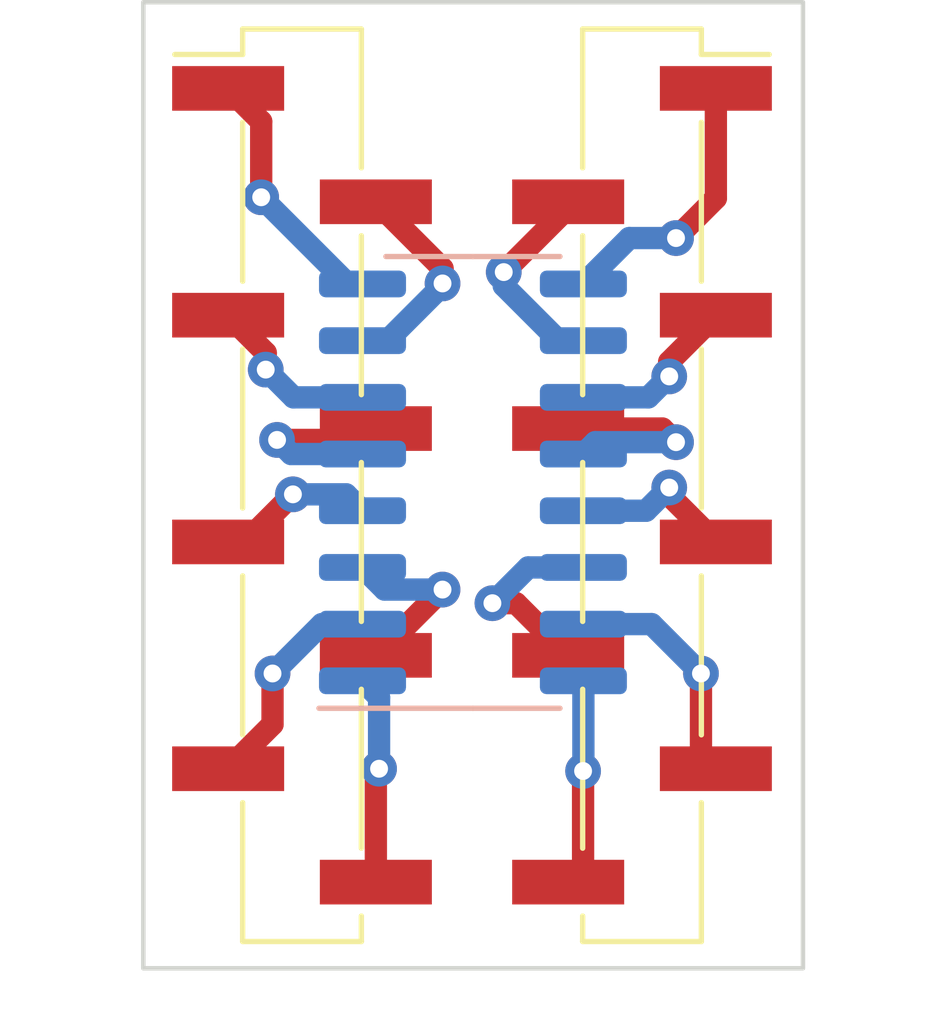
<source format=kicad_pcb>
(kicad_pcb (version 20211014) (generator pcbnew)
  (layers (0 "F.Cu" signal) (31 "B.Cu" signal) (34 "B.Paste" user) (35 "F.Paste" user) (36 "B.SilkS" user "B.Silkscreen") (37 "F.SilkS" user "F.Silkscreen") (38 "B.Mask" user) (39 "F.Mask" user) (44 "Edge.Cuts" user))
  (net 0 "")
  (net 1 "/L1")
  (net 2 "/L3")
  (net 3 "/L5")
  (net 4 "/L7")
  (net 5 "/L9")
  (net 6 "/L11")
  (net 7 "/L13")
  (net 8 "/L15")
  (net 9 "/L2")
  (net 10 "/L4")
  (net 11 "/L6")
  (net 12 "/L8")
  (net 13 "/L10")
  (net 14 "/L12")
  (net 15 "/L14")
  (net 16 "/L16")
  (footprint "Connector_PinHeader_2.54mm:PinHeader_1x08_P2.54mm_Vertical_SMD_Pin1Left" (layer "F.Cu") (at 103.378 85.9028)
    (fp_text reference "J1" hide)
    (fp_text value "Conn_01x08_Male")
    (fp_line (start 1.33 4.57) (end 1.33 8.13) (layer "F.SilkS") (width 0.12))
    (fp_line (start 1.33 9.65) (end 1.33 10.22) (layer "F.SilkS") (width 0.12))
    (fp_line (start -1.33 -10.22) (end 1.33 -10.22) (layer "F.SilkS") (width 0.12))
    (fp_line (start -1.33 10.22) (end 1.33 10.22) (layer "F.SilkS") (width 0.12))
    (fp_line (start 1.33 -0.51) (end 1.33 3.05) (layer "F.SilkS") (width 0.12))
    (fp_line (start -1.33 -3.05) (end -1.33 0.51) (layer "F.SilkS") (width 0.12))
    (fp_line (start -1.33 7.11) (end -1.33 10.22) (layer "F.SilkS") (width 0.12))
    (fp_line (start -1.33 -8.13) (end -1.33 -4.57) (layer "F.SilkS") (width 0.12))
    (fp_line (start 1.33 -5.59) (end 1.33 -2.03) (layer "F.SilkS") (width 0.12))
    (fp_line (start -1.33 -10.22) (end -1.33 -9.65) (layer "F.SilkS") (width 0.12))
    (fp_line (start -1.33 2.03) (end -1.33 5.59) (layer "F.SilkS") (width 0.12))
    (fp_line (start 1.33 -10.22) (end 1.33 -7.11) (layer "F.SilkS") (width 0.12))
    (fp_line (start -1.33 -9.65) (end -2.85 -9.65) (layer "F.SilkS") (width 0.12))
    (pad "1" smd rect (at -1.655 -8.89) (size 2.51 1) (layers "F.Cu" "F.Paste" "F.Mask") (net 8 "/L15"))
    (pad "2" smd rect (at 1.655 -6.35) (size 2.51 1) (layers "F.Cu" "F.Paste" "F.Mask") (net 7 "/L13"))
    (pad "3" smd rect (at -1.655 -3.81) (size 2.51 1) (layers "F.Cu" "F.Paste" "F.Mask") (net 6 "/L11"))
    (pad "4" smd rect (at 1.655 -1.27) (size 2.51 1) (layers "F.Cu" "F.Paste" "F.Mask") (net 5 "/L9"))
    (pad "5" smd rect (at -1.655 1.27) (size 2.51 1) (layers "F.Cu" "F.Paste" "F.Mask") (net 4 "/L7"))
    (pad "6" smd rect (at 1.655 3.81) (size 2.51 1) (layers "F.Cu" "F.Paste" "F.Mask") (net 3 "/L5"))
    (pad "7" smd rect (at -1.655 6.35) (size 2.51 1) (layers "F.Cu" "F.Paste" "F.Mask") (net 2 "/L3"))
    (pad "8" smd rect (at 1.655 8.89) (size 2.51 1) (layers "F.Cu" "F.Paste" "F.Mask") (net 1 "/L1"))
  )
  (footprint "Connector_PinHeader_2.54mm:PinHeader_1x08_P2.54mm_Vertical_SMD_Pin1Right" (layer "F.Cu") (at 110.9978 85.9028)
    (fp_text reference "J3" hide)
    (fp_text value "Conn_01x08_Male")
    (fp_line (start -1.33 -10.22) (end 1.33 -10.22) (layer "F.SilkS") (width 0.12))
    (fp_line (start -1.33 9.65) (end -1.33 10.22) (layer "F.SilkS") (width 0.12))
    (fp_line (start 1.33 7.11) (end 1.33 10.22) (layer "F.SilkS") (width 0.12))
    (fp_line (start -1.33 -5.59) (end -1.33 -2.03) (layer "F.SilkS") (width 0.12))
    (fp_line (start 1.33 -9.65) (end 2.85 -9.65) (layer "F.SilkS") (width 0.12))
    (fp_line (start 1.33 -8.13) (end 1.33 -4.57) (layer "F.SilkS") (width 0.12))
    (fp_line (start 1.33 -10.22) (end 1.33 -9.65) (layer "F.SilkS") (width 0.12))
    (fp_line (start -1.33 4.57) (end -1.33 8.13) (layer "F.SilkS") (width 0.12))
    (fp_line (start -1.33 -10.22) (end -1.33 -7.11) (layer "F.SilkS") (width 0.12))
    (fp_line (start -1.33 -0.51) (end -1.33 3.05) (layer "F.SilkS") (width 0.12))
    (fp_line (start 1.33 2.03) (end 1.33 5.59) (layer "F.SilkS") (width 0.12))
    (fp_line (start -1.33 10.22) (end 1.33 10.22) (layer "F.SilkS") (width 0.12))
    (fp_line (start 1.33 -3.05) (end 1.33 0.51) (layer "F.SilkS") (width 0.12))
    (pad "1" smd rect (at 1.655 -8.89) (size 2.51 1) (layers "F.Cu" "F.Paste" "F.Mask") (net 16 "/L16"))
    (pad "2" smd rect (at -1.655 -6.35) (size 2.51 1) (layers "F.Cu" "F.Paste" "F.Mask") (net 15 "/L14"))
    (pad "3" smd rect (at 1.655 -3.81) (size 2.51 1) (layers "F.Cu" "F.Paste" "F.Mask") (net 14 "/L12"))
    (pad "4" smd rect (at -1.655 -1.27) (size 2.51 1) (layers "F.Cu" "F.Paste" "F.Mask") (net 13 "/L10"))
    (pad "5" smd rect (at 1.655 1.27) (size 2.51 1) (layers "F.Cu" "F.Paste" "F.Mask") (net 12 "/L8"))
    (pad "6" smd rect (at -1.655 3.81) (size 2.51 1) (layers "F.Cu" "F.Paste" "F.Mask") (net 11 "/L6"))
    (pad "7" smd rect (at 1.655 6.35) (size 2.51 1) (layers "F.Cu" "F.Paste" "F.Mask") (net 10 "/L4"))
    (pad "8" smd rect (at -1.655 8.89) (size 2.51 1) (layers "F.Cu" "F.Paste" "F.Mask") (net 9 "/L2"))
  )
  (footprint "Package_SO:SOIC-16_3.9x9.9mm_P1.27mm" (layer "B.Cu") (at 107.209 85.8384)
    (fp_text reference "J2" hide)
    (fp_text value "Conn_02x08_Odd_Even")
    (fp_line (start 0 5.06) (end -3.45 5.06) (layer "B.SilkS") (width 0.12))
    (fp_line (start 0 5.06) (end 1.95 5.06) (layer "B.SilkS") (width 0.12))
    (fp_line (start 0 -5.06) (end 1.95 -5.06) (layer "B.SilkS") (width 0.12))
    (fp_line (start 0 -5.06) (end -1.95 -5.06) (layer "B.SilkS") (width 0.12))
    (pad "1" smd roundrect (at -2.475 4.445) (size 1.95 0.6) (layers "B.Cu" "B.Paste" "B.Mask") (net 1 "/L1"))
    (pad "2" smd roundrect (at -2.475 3.175) (size 1.95 0.6) (layers "B.Cu" "B.Paste" "B.Mask") (net 2 "/L3"))
    (pad "3" smd roundrect (at -2.475 1.905) (size 1.95 0.6) (layers "B.Cu" "B.Paste" "B.Mask") (net 3 "/L5"))
    (pad "4" smd roundrect (at -2.475 0.635) (size 1.95 0.6) (layers "B.Cu" "B.Paste" "B.Mask") (net 4 "/L7"))
    (pad "5" smd roundrect (at -2.475 -0.635) (size 1.95 0.6) (layers "B.Cu" "B.Paste" "B.Mask") (net 5 "/L9"))
    (pad "6" smd roundrect (at -2.475 -1.905) (size 1.95 0.6) (layers "B.Cu" "B.Paste" "B.Mask") (net 6 "/L11"))
    (pad "7" smd roundrect (at -2.475 -3.175) (size 1.95 0.6) (layers "B.Cu" "B.Paste" "B.Mask") (net 7 "/L13"))
    (pad "8" smd roundrect (at -2.475 -4.445) (size 1.95 0.6) (layers "B.Cu" "B.Paste" "B.Mask") (net 8 "/L15"))
    (pad "9" smd roundrect (at 2.475 -4.445) (size 1.95 0.6) (layers "B.Cu" "B.Paste" "B.Mask") (net 16 "/L16"))
    (pad "10" smd roundrect (at 2.475 -3.175) (size 1.95 0.6) (layers "B.Cu" "B.Paste" "B.Mask") (net 15 "/L14"))
    (pad "11" smd roundrect (at 2.475 -1.905) (size 1.95 0.6) (layers "B.Cu" "B.Paste" "B.Mask") (net 14 "/L12"))
    (pad "12" smd roundrect (at 2.475 -0.635) (size 1.95 0.6) (layers "B.Cu" "B.Paste" "B.Mask") (net 13 "/L10"))
    (pad "13" smd roundrect (at 2.475 0.635) (size 1.95 0.6) (layers "B.Cu" "B.Paste" "B.Mask") (net 12 "/L8"))
    (pad "14" smd roundrect (at 2.475 1.905) (size 1.95 0.6) (layers "B.Cu" "B.Paste" "B.Mask") (net 11 "/L6"))
    (pad "15" smd roundrect (at 2.475 3.175) (size 1.95 0.6) (layers "B.Cu" "B.Paste" "B.Mask") (net 10 "/L4"))
    (pad "16" smd roundrect (at 2.475 4.445) (size 1.95 0.6) (layers "B.Cu" "B.Paste" "B.Mask") (net 9 "/L2"))
  )
  (gr_rect (start 99.822 75.0824) (end 114.6048 96.7232) (layer "Edge.Cuts") (width 0.1) (fill none))
  (segment (start 105.033 94.7928) (end 105.033 92.325) (width 0.5) (layer "F.Cu") (net 1))
  (segment (start 105.033 92.325) (end 105.1052 92.2528) (width 0.5) (layer "F.Cu") (net 1))
  (via (at 105.1052 92.2528) (size 0.8) (drill 0.4) (layers "F.Cu" "B.Cu") (net 1))
  (segment (start 105.1052 92.2528) (end 105.1052 90.6546) (width 0.5) (layer "B.Cu") (net 1))
  (segment (start 105.1052 90.6546) (end 104.734 90.2834) (width 0.5) (layer "B.Cu") (net 1))
  (segment (start 102.7176 91.2582) (end 101.723 92.2528) (width 0.5) (layer "F.Cu") (net 2))
  (segment (start 102.7176 90.1192) (end 102.7176 91.2582) (width 0.5) (layer "F.Cu") (net 2))
  (via (at 102.7176 90.1192) (size 0.8) (drill 0.4) (layers "F.Cu" "B.Cu") (net 2))
  (segment (start 103.8234 89.0134) (end 102.7176 90.1192) (width 0.5) (layer "B.Cu") (net 2))
  (segment (start 104.734 89.0134) (end 103.8234 89.0134) (width 0.5) (layer "B.Cu") (net 2))
  (segment (start 105.033 89.7128) (end 105.0544 89.7128) (width 0.5) (layer "F.Cu") (net 3))
  (segment (start 105.0544 89.7128) (end 106.5276 88.2396) (width 0.5) (layer "F.Cu") (net 3))
  (via (at 106.5276 88.2396) (size 0.8) (drill 0.4) (layers "F.Cu" "B.Cu") (net 3))
  (segment (start 105.2302 88.2396) (end 104.734 87.7434) (width 0.5) (layer "B.Cu") (net 3))
  (segment (start 106.5276 88.2396) (end 105.2302 88.2396) (width 0.5) (layer "B.Cu") (net 3))
  (segment (start 101.723 87.1728) (end 102.108 87.1728) (width 0.5) (layer "F.Cu") (net 4))
  (segment (start 102.108 87.1728) (end 103.1748 86.106) (width 0.5) (layer "F.Cu") (net 4))
  (via (at 103.1748 86.106) (size 0.8) (drill 0.4) (layers "F.Cu" "B.Cu") (net 4))
  (segment (start 103.1748 86.106) (end 104.3666 86.106) (width 0.5) (layer "B.Cu") (net 4))
  (segment (start 104.3666 86.106) (end 104.734 86.4734) (width 0.5) (layer "B.Cu") (net 4))
  (segment (start 104.779 84.8868) (end 105.033 84.6328) (width 0.5) (layer "F.Cu") (net 5))
  (segment (start 102.8192 84.8868) (end 104.779 84.8868) (width 0.5) (layer "F.Cu") (net 5))
  (via (at 102.8192 84.8868) (size 0.8) (drill 0.4) (layers "F.Cu" "B.Cu") (net 5))
  (segment (start 104.734 85.2034) (end 103.1358 85.2034) (width 0.5) (layer "B.Cu") (net 5))
  (segment (start 103.1358 85.2034) (end 102.8192 84.8868) (width 0.5) (layer "B.Cu") (net 5))
  (segment (start 102.5652 83.312) (end 102.5652 82.935) (width 0.5) (layer "F.Cu") (net 6))
  (segment (start 102.5652 82.935) (end 101.723 82.0928) (width 0.5) (layer "F.Cu") (net 6))
  (via (at 102.5652 83.312) (size 0.8) (drill 0.4) (layers "F.Cu" "B.Cu") (net 6))
  (segment (start 104.734 83.9334) (end 103.1866 83.9334) (width 0.5) (layer "B.Cu") (net 6))
  (segment (start 103.1866 83.9334) (end 102.5652 83.312) (width 0.5) (layer "B.Cu") (net 6))
  (segment (start 106.5276 81.3816) (end 106.5276 81.0474) (width 0.5) (layer "F.Cu") (net 7))
  (segment (start 106.5276 81.0474) (end 105.033 79.5528) (width 0.5) (layer "F.Cu") (net 7))
  (via (at 106.5276 81.3816) (size 0.8) (drill 0.4) (layers "F.Cu" "B.Cu") (net 7))
  (segment (start 104.734 82.6634) (end 105.287528 82.6634) (width 0.5) (layer "B.Cu") (net 7))
  (segment (start 105.287528 82.6634) (end 106.5276 81.423328) (width 0.5) (layer "B.Cu") (net 7))
  (segment (start 106.5276 81.423328) (end 106.5276 81.3816) (width 0.5) (layer "B.Cu") (net 7))
  (segment (start 102.4636 79.4512) (end 102.4636 77.7534) (width 0.5) (layer "F.Cu") (net 8))
  (segment (start 102.4636 77.7534) (end 101.723 77.0128) (width 0.5) (layer "F.Cu") (net 8))
  (via (at 102.4636 79.4512) (size 0.8) (drill 0.4) (layers "F.Cu" "B.Cu") (net 8))
  (segment (start 104.734 81.3934) (end 104.4058 81.3934) (width 0.5) (layer "B.Cu") (net 8))
  (segment (start 104.4058 81.3934) (end 102.4636 79.4512) (width 0.5) (layer "B.Cu") (net 8))
  (segment (start 109.6772 94.4584) (end 109.3428 94.7928) (width 0.5) (layer "F.Cu") (net 9))
  (segment (start 109.6772 92.3036) (end 109.6772 94.4584) (width 0.5) (layer "F.Cu") (net 9))
  (via (at 109.6772 92.3036) (size 0.8) (drill 0.4) (layers "F.Cu" "B.Cu") (net 9))
  (segment (start 109.684 92.2968) (end 109.6772 92.3036) (width 0.5) (layer "B.Cu") (net 9))
  (segment (start 109.684 90.2834) (end 109.684 92.2968) (width 0.5) (layer "B.Cu") (net 9))
  (segment (start 112.3188 91.9188) (end 112.6528 92.2528) (width 0.5) (layer "F.Cu") (net 10))
  (segment (start 112.3188 90.1192) (end 112.3188 91.9188) (width 0.5) (layer "F.Cu") (net 10))
  (via (at 112.3188 90.1192) (size 0.8) (drill 0.4) (layers "F.Cu" "B.Cu") (net 10))
  (segment (start 109.684 89.0134) (end 111.213 89.0134) (width 0.5) (layer "B.Cu") (net 10))
  (segment (start 111.213 89.0134) (end 112.3188 90.1192) (width 0.5) (layer "B.Cu") (net 10))
  (segment (start 107.6452 88.5444) (end 108.1744 88.5444) (width 0.5) (layer "F.Cu") (net 11))
  (segment (start 108.1744 88.5444) (end 109.3428 89.7128) (width 0.5) (layer "F.Cu") (net 11))
  (via (at 107.6452 88.5444) (size 0.8) (drill 0.4) (layers "F.Cu" "B.Cu") (net 11))
  (segment (start 108.4462 87.7434) (end 107.6452 88.5444) (width 0.5) (layer "B.Cu") (net 11))
  (segment (start 109.684 87.7434) (end 108.4462 87.7434) (width 0.5) (layer "B.Cu") (net 11))
  (segment (start 111.6076 86.1276) (end 112.6528 87.1728) (width 0.5) (layer "F.Cu") (net 12))
  (segment (start 111.6076 85.9536) (end 111.6076 86.1276) (width 0.5) (layer "F.Cu") (net 12))
  (via (at 111.6076 85.9536) (size 0.8) (drill 0.4) (layers "F.Cu" "B.Cu") (net 12))
  (segment (start 111.0878 86.4734) (end 111.6076 85.9536) (width 0.5) (layer "B.Cu") (net 12))
  (segment (start 109.684 86.4734) (end 111.0878 86.4734) (width 0.5) (layer "B.Cu") (net 12))
  (segment (start 109.3428 84.6328) (end 111.4552 84.6328) (width 0.5) (layer "F.Cu") (net 13))
  (segment (start 111.4552 84.6328) (end 111.76 84.9376) (width 0.5) (layer "F.Cu") (net 13))
  (via (at 111.76 84.9376) (size 0.8) (drill 0.4) (layers "F.Cu" "B.Cu") (net 13))
  (segment (start 109.9498 84.9376) (end 109.684 85.2034) (width 0.5) (layer "B.Cu") (net 13))
  (segment (start 111.76 84.9376) (end 109.9498 84.9376) (width 0.5) (layer "B.Cu") (net 13))
  (segment (start 111.6076 83.138) (end 112.6528 82.0928) (width 0.5) (layer "F.Cu") (net 14))
  (segment (start 111.6076 83.4644) (end 111.6076 83.138) (width 0.5) (layer "F.Cu") (net 14))
  (via (at 111.6076 83.4644) (size 0.8) (drill 0.4) (layers "F.Cu" "B.Cu") (net 14))
  (segment (start 111.1386 83.9334) (end 111.6076 83.4644) (width 0.5) (layer "B.Cu") (net 14))
  (segment (start 109.684 83.9334) (end 111.1386 83.9334) (width 0.5) (layer "B.Cu") (net 14))
  (segment (start 109.3428 79.5528) (end 109.3428 79.684) (width 0.5) (layer "F.Cu") (net 15))
  (segment (start 109.3428 79.684) (end 107.8992 81.1276) (width 0.5) (layer "F.Cu") (net 15))
  (via (at 107.8992 81.1276) (size 0.8) (drill 0.4) (layers "F.Cu" "B.Cu") (net 15))
  (segment (start 107.8992 81.1276) (end 107.8992 81.432128) (width 0.5) (layer "B.Cu") (net 15))
  (segment (start 109.130472 82.6634) (end 109.684 82.6634) (width 0.5) (layer "B.Cu") (net 15))
  (segment (start 107.8992 81.432128) (end 109.130472 82.6634) (width 0.5) (layer "B.Cu") (net 15))
  (segment (start 112.6528 77.0128) (end 112.6528 79.4728) (width 0.5) (layer "F.Cu") (net 16))
  (segment (start 112.6528 79.4728) (end 111.76 80.3656) (width 0.5) (layer "F.Cu") (net 16))
  (via (at 111.76 80.3656) (size 0.8) (drill 0.4) (layers "F.Cu" "B.Cu") (net 16))
  (segment (start 111.76 80.3656) (end 110.7118 80.3656) (width 0.5) (layer "B.Cu") (net 16))
  (segment (start 110.7118 80.3656) (end 109.684 81.3934) (width 0.5) (layer "B.Cu") (net 16))
)
</source>
